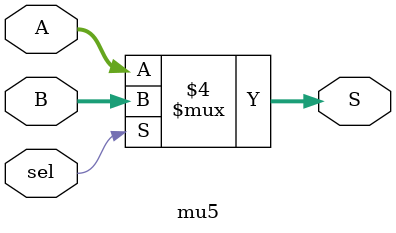
<source format=v>
module mu5(
	input [4:0]A,
	input [4:0]B,
	input sel,
	output reg [4:0] S
);


always @*
	begin
		if(sel == 0)begin
			S= A;
		end else begin
			S = B;
		end
	end 

endmodule 

</source>
